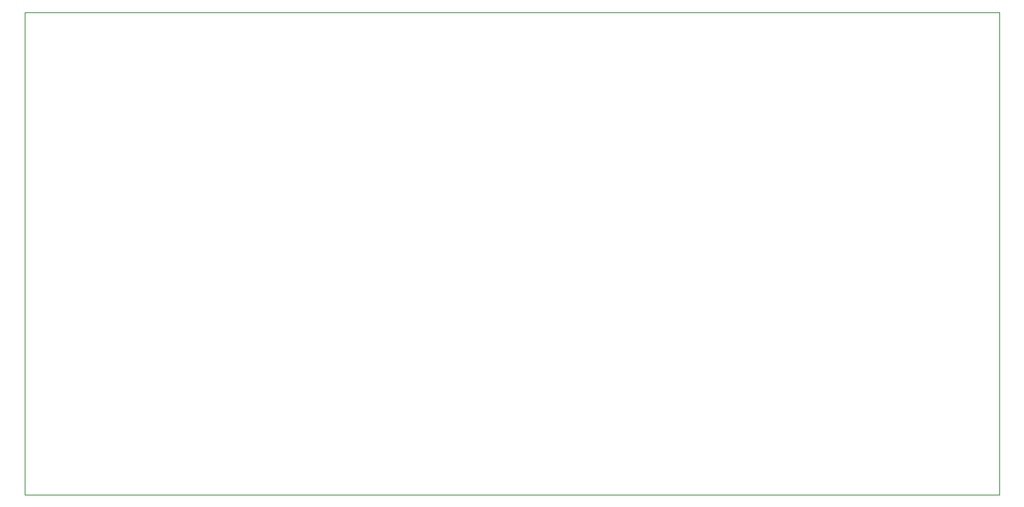
<source format=gbr>
G04 #@! TF.GenerationSoftware,KiCad,Pcbnew,(5.1.4)-1*
G04 #@! TF.CreationDate,2023-02-10T17:26:26+00:00*
G04 #@! TF.ProjectId,PIR InterfaceBoard,50495220-496e-4746-9572-66616365426f,rev?*
G04 #@! TF.SameCoordinates,Original*
G04 #@! TF.FileFunction,Profile,NP*
%FSLAX46Y46*%
G04 Gerber Fmt 4.6, Leading zero omitted, Abs format (unit mm)*
G04 Created by KiCad (PCBNEW (5.1.4)-1) date 2023-02-10 17:26:26*
%MOMM*%
%LPD*%
G04 APERTURE LIST*
%ADD10C,0.050000*%
G04 APERTURE END LIST*
D10*
X86550500Y-50000000D02*
X193484500Y-49997000D01*
X193484500Y-102997000D02*
X193484500Y-49997000D01*
X86550500Y-103000000D02*
X193484500Y-103000000D01*
X86550500Y-50000000D02*
X86550500Y-103000000D01*
M02*

</source>
